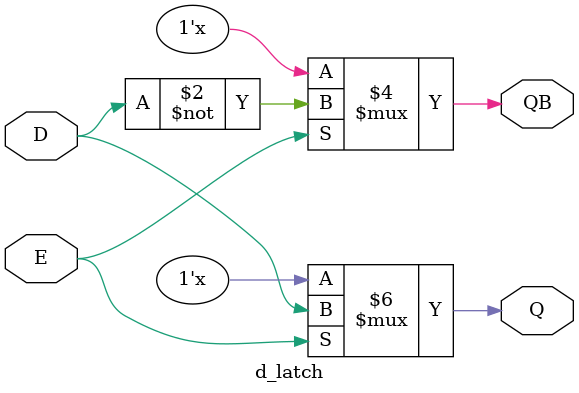
<source format=v>
module d_latch (
    input wire D,
    input wire E,
    output reg Q,
    output reg QB
);
    initial begin
       Q  <= 0;
       QB <= 1;
    end

    always @(*) begin
      if (E) begin
        Q  <=  D;
        QB <= ~D;
      end
    end

endmodule

</source>
